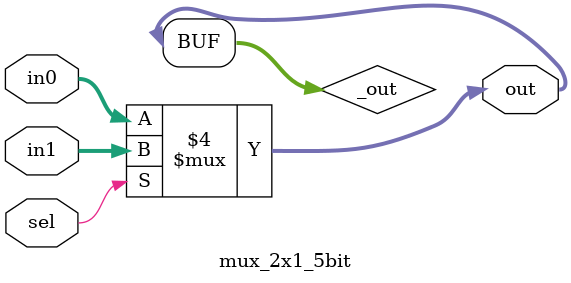
<source format=v>
module mux_2x1_5bit(
    input wire [4:0] in0,
    input wire [4:0] in1,
    input wire  sel,
    output wire [4:0] out
);

reg [4:0] _out;

always @(*) begin

    if (sel == 1'b0)
        _out = in0;
    else
        _out = in1;
end

assign out = _out;
endmodule
</source>
